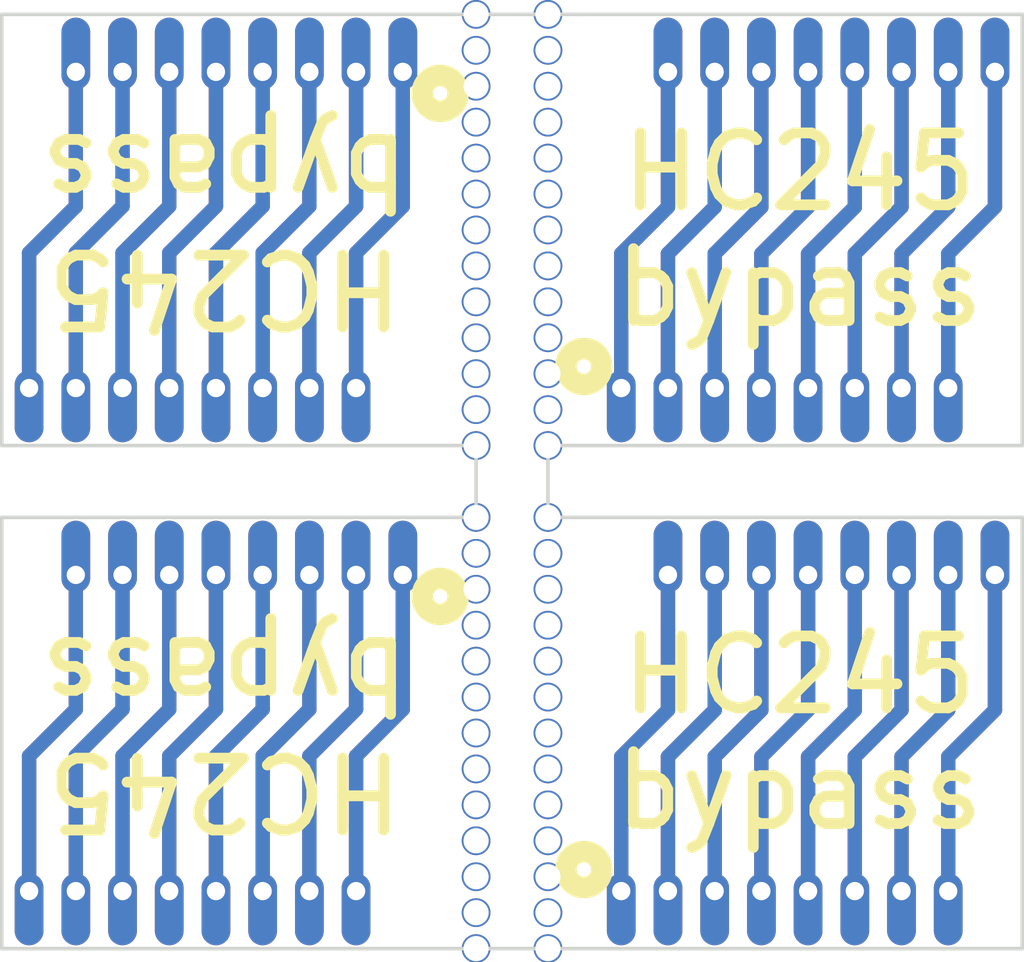
<source format=kicad_pcb>
(kicad_pcb (version 20171130) (host pcbnew 5.1.5)

  (general
    (thickness 1.6)
    (drawings 24)
    (tracks 248)
    (zones 0)
    (modules 64)
    (nets 9)
  )

  (page A4)
  (layers
    (0 F.Cu signal)
    (31 B.Cu signal)
    (32 B.Adhes user)
    (33 F.Adhes user)
    (34 B.Paste user)
    (35 F.Paste user)
    (36 B.SilkS user)
    (37 F.SilkS user)
    (38 B.Mask user)
    (39 F.Mask user)
    (40 Dwgs.User user)
    (41 Cmts.User user)
    (42 Eco1.User user)
    (43 Eco2.User user)
    (44 Edge.Cuts user)
    (45 Margin user)
    (46 B.CrtYd user)
    (47 F.CrtYd user)
    (48 B.Fab user)
    (49 F.Fab user)
  )

  (setup
    (last_trace_width 0.2)
    (trace_clearance 0.2)
    (zone_clearance 0.508)
    (zone_45_only no)
    (trace_min 0.2)
    (via_size 0.8)
    (via_drill 0.254)
    (via_min_size 0.4)
    (via_min_drill 0.254)
    (uvia_size 0.3)
    (uvia_drill 0.1)
    (uvias_allowed no)
    (uvia_min_size 0.2)
    (uvia_min_drill 0.1)
    (edge_width 0.05)
    (segment_width 0.2)
    (pcb_text_width 0.3)
    (pcb_text_size 1.5 1.5)
    (mod_edge_width 0.12)
    (mod_text_size 1 1)
    (mod_text_width 0.15)
    (pad_size 1.524 1.524)
    (pad_drill 0.762)
    (pad_to_mask_clearance 0.0508)
    (solder_mask_min_width 0.127)
    (aux_axis_origin 0 0)
    (visible_elements FFFFFF7F)
    (pcbplotparams
      (layerselection 0x010f0_ffffffff)
      (usegerberextensions false)
      (usegerberattributes false)
      (usegerberadvancedattributes false)
      (creategerberjobfile false)
      (excludeedgelayer true)
      (linewidth 0.100000)
      (plotframeref false)
      (viasonmask false)
      (mode 1)
      (useauxorigin false)
      (hpglpennumber 1)
      (hpglpenspeed 20)
      (hpglpendiameter 15.000000)
      (psnegative false)
      (psa4output false)
      (plotreference true)
      (plotvalue true)
      (plotinvisibletext false)
      (padsonsilk false)
      (subtractmaskfromsilk false)
      (outputformat 1)
      (mirror false)
      (drillshape 0)
      (scaleselection 1)
      (outputdirectory "gerbers"))
  )

  (net 0 "")
  (net 1 /A0B0)
  (net 2 /A1B1)
  (net 3 /A2B2)
  (net 4 /A3B3)
  (net 5 /A4B4)
  (net 6 /A5B5)
  (net 7 /A6B6)
  (net 8 /A7B7)

  (net_class Default "This is the default net class."
    (clearance 0.2)
    (trace_width 0.2)
    (via_dia 0.8)
    (via_drill 0.254)
    (uvia_dia 0.3)
    (uvia_drill 0.1)
    (diff_pair_width 0.25)
    (diff_pair_gap 0.25)
    (add_net /A0B0)
    (add_net /A1B1)
    (add_net /A2B2)
    (add_net /A3B3)
    (add_net /A4B4)
    (add_net /A5B5)
    (add_net /A6B6)
    (add_net /A7B7)
  )

  (module hc245t-bypass:PAD (layer F.Cu) (tedit 5ECF580E) (tstamp 5ECF6CA4)
    (at 20.73 20.8 180)
    (path /5ECF8A2B)
    (fp_text reference TP12 (at 0 4.445) (layer F.SilkS) hide
      (effects (font (size 1 1) (thickness 0.15)))
    )
    (fp_text value TestPoint (at 0 3.175) (layer F.Fab) hide
      (effects (font (size 1 1) (thickness 0.15)))
    )
    (pad 1 thru_hole oval (at 0 0 180) (size 0.4 1) (drill 0.254 (offset 0 0.254)) (layers *.Cu *.Mask)
      (net 6 /A5B5))
  )

  (module hc245t-bypass:PAD (layer F.Cu) (tedit 5ECF580E) (tstamp 5ECF6CA0)
    (at 20.08 20.8 180)
    (path /5ECF90E2)
    (fp_text reference TP14 (at 0 4.445) (layer F.SilkS) hide
      (effects (font (size 1 1) (thickness 0.15)))
    )
    (fp_text value TestPoint (at 0 3.175) (layer F.Fab) hide
      (effects (font (size 1 1) (thickness 0.15)))
    )
    (pad 1 thru_hole oval (at 0 0 180) (size 0.4 1) (drill 0.254 (offset 0 0.254)) (layers *.Cu *.Mask)
      (net 7 /A6B6))
  )

  (module hc245t-bypass:PAD (layer F.Cu) (tedit 5ECF580E) (tstamp 5ECF6C99)
    (at 20.73 25.2)
    (path /5ECF81F7)
    (fp_text reference TP9 (at 0 4.445) (layer F.SilkS) hide
      (effects (font (size 1 1) (thickness 0.15)))
    )
    (fp_text value TestPoint (at 0 3.175) (layer F.Fab) hide
      (effects (font (size 1 1) (thickness 0.15)))
    )
    (pad 1 thru_hole oval (at 0 0) (size 0.4 1) (drill 0.254 (offset 0 0.254)) (layers *.Cu *.Mask)
      (net 5 /A4B4))
  )

  (module hc245t-bypass:PAD (layer F.Cu) (tedit 5ECF580E) (tstamp 5ECF6C93)
    (at 23.33 25.2)
    (path /5ECF5790)
    (fp_text reference TP1 (at 0 4.445) (layer F.SilkS) hide
      (effects (font (size 1 1) (thickness 0.15)))
    )
    (fp_text value TestPoint (at 0 3.175) (layer F.Fab) hide
      (effects (font (size 1 1) (thickness 0.15)))
    )
    (pad 1 thru_hole oval (at 0 0) (size 0.4 1) (drill 0.254 (offset 0 0.254)) (layers *.Cu *.Mask)
      (net 1 /A0B0))
  )

  (module hc245t-bypass:PAD (layer F.Cu) (tedit 5ECF580E) (tstamp 5ECF6C8C)
    (at 23.98 20.8 180)
    (path /5ECF5EE9)
    (fp_text reference TP2 (at 0 4.445) (layer F.SilkS) hide
      (effects (font (size 1 1) (thickness 0.15)))
    )
    (fp_text value TestPoint (at 0 3.175) (layer F.Fab) hide
      (effects (font (size 1 1) (thickness 0.15)))
    )
    (pad 1 thru_hole oval (at 0 0 180) (size 0.4 1) (drill 0.254 (offset 0 0.254)) (layers *.Cu *.Mask)
      (net 1 /A0B0))
  )

  (module hc245t-bypass:PAD (layer F.Cu) (tedit 5ECF580E) (tstamp 5ECF6C82)
    (at 22.68 25.2)
    (path /5ECF6E18)
    (fp_text reference TP3 (at 0 4.445) (layer F.SilkS) hide
      (effects (font (size 1 1) (thickness 0.15)))
    )
    (fp_text value TestPoint (at 0 3.175) (layer F.Fab) hide
      (effects (font (size 1 1) (thickness 0.15)))
    )
    (pad 1 thru_hole oval (at 0 0) (size 0.4 1) (drill 0.254 (offset 0 0.254)) (layers *.Cu *.Mask)
      (net 2 /A1B1))
  )

  (module hc245t-bypass:PAD (layer F.Cu) (tedit 5ECF580E) (tstamp 5ECF6C76)
    (at 22.68 20.8 180)
    (path /5ECF7375)
    (fp_text reference TP6 (at 0 4.445) (layer F.SilkS) hide
      (effects (font (size 1 1) (thickness 0.15)))
    )
    (fp_text value TestPoint (at 0 3.175) (layer F.Fab) hide
      (effects (font (size 1 1) (thickness 0.15)))
    )
    (pad 1 thru_hole oval (at 0 0 180) (size 0.4 1) (drill 0.254 (offset 0 0.254)) (layers *.Cu *.Mask)
      (net 3 /A2B2))
  )

  (module hc245t-bypass:PAD (layer F.Cu) (tedit 5ECF580E) (tstamp 5ECF6C71)
    (at 19.43 20.8 180)
    (path /5ECF9659)
    (fp_text reference TP16 (at 0 4.445) (layer F.SilkS) hide
      (effects (font (size 1 1) (thickness 0.15)))
    )
    (fp_text value TestPoint (at 0 3.175) (layer F.Fab) hide
      (effects (font (size 1 1) (thickness 0.15)))
    )
    (pad 1 thru_hole oval (at 0 0 180) (size 0.4 1) (drill 0.254 (offset 0 0.254)) (layers *.Cu *.Mask)
      (net 8 /A7B7))
  )

  (module hc245t-bypass:PAD (layer F.Cu) (tedit 5ECF580E) (tstamp 5ECF6C6D)
    (at 18.78 25.2)
    (path /5ECF964F)
    (fp_text reference TP15 (at 0 4.445) (layer F.SilkS) hide
      (effects (font (size 1 1) (thickness 0.15)))
    )
    (fp_text value TestPoint (at 0 3.175) (layer F.Fab) hide
      (effects (font (size 1 1) (thickness 0.15)))
    )
    (pad 1 thru_hole oval (at 0 0) (size 0.4 1) (drill 0.254 (offset 0 0.254)) (layers *.Cu *.Mask)
      (net 8 /A7B7))
  )

  (module hc245t-bypass:PAD (layer F.Cu) (tedit 5ECF580E) (tstamp 5ECF6C66)
    (at 21.38 25.2)
    (path /5ECF7C05)
    (fp_text reference TP7 (at 0 4.445) (layer F.SilkS) hide
      (effects (font (size 1 1) (thickness 0.15)))
    )
    (fp_text value TestPoint (at 0 3.175) (layer F.Fab) hide
      (effects (font (size 1 1) (thickness 0.15)))
    )
    (pad 1 thru_hole oval (at 0 0) (size 0.4 1) (drill 0.254 (offset 0 0.254)) (layers *.Cu *.Mask)
      (net 4 /A3B3))
  )

  (module hc245t-bypass:PAD (layer F.Cu) (tedit 5ECF580E) (tstamp 5ECF6C62)
    (at 23.33 20.8 180)
    (path /5ECF6E22)
    (fp_text reference TP4 (at 0 4.445) (layer F.SilkS) hide
      (effects (font (size 1 1) (thickness 0.15)))
    )
    (fp_text value TestPoint (at 0 3.175) (layer F.Fab) hide
      (effects (font (size 1 1) (thickness 0.15)))
    )
    (pad 1 thru_hole oval (at 0 0 180) (size 0.4 1) (drill 0.254 (offset 0 0.254)) (layers *.Cu *.Mask)
      (net 2 /A1B1))
  )

  (module hc245t-bypass:PAD (layer F.Cu) (tedit 5ECF580E) (tstamp 5ECF6C58)
    (at 21.38 20.8 180)
    (path /5ECF8201)
    (fp_text reference TP10 (at 0 4.445) (layer F.SilkS) hide
      (effects (font (size 1 1) (thickness 0.15)))
    )
    (fp_text value TestPoint (at 0 3.175) (layer F.Fab) hide
      (effects (font (size 1 1) (thickness 0.15)))
    )
    (pad 1 thru_hole oval (at 0 0 180) (size 0.4 1) (drill 0.254 (offset 0 0.254)) (layers *.Cu *.Mask)
      (net 5 /A4B4))
  )

  (module hc245t-bypass:PAD (layer F.Cu) (tedit 5ECF580E) (tstamp 5ECF6C4F)
    (at 22.03 20.8 180)
    (path /5ECF7C0F)
    (fp_text reference TP8 (at 0 4.445) (layer F.SilkS) hide
      (effects (font (size 1 1) (thickness 0.15)))
    )
    (fp_text value TestPoint (at 0 3.175) (layer F.Fab) hide
      (effects (font (size 1 1) (thickness 0.15)))
    )
    (pad 1 thru_hole oval (at 0 0 180) (size 0.4 1) (drill 0.254 (offset 0 0.254)) (layers *.Cu *.Mask)
      (net 4 /A3B3))
  )

  (module hc245t-bypass:PAD (layer F.Cu) (tedit 5ECF580E) (tstamp 5ECF6C4A)
    (at 19.43 25.2)
    (path /5ECF90D8)
    (fp_text reference TP13 (at 0 4.445) (layer F.SilkS) hide
      (effects (font (size 1 1) (thickness 0.15)))
    )
    (fp_text value TestPoint (at 0 3.175) (layer F.Fab) hide
      (effects (font (size 1 1) (thickness 0.15)))
    )
    (pad 1 thru_hole oval (at 0 0) (size 0.4 1) (drill 0.254 (offset 0 0.254)) (layers *.Cu *.Mask)
      (net 7 /A6B6))
  )

  (module hc245t-bypass:PAD (layer F.Cu) (tedit 5ECF580E) (tstamp 5ECF6C44)
    (at 22.03 25.2)
    (path /5ECF736B)
    (fp_text reference TP5 (at 0 4.445) (layer F.SilkS) hide
      (effects (font (size 1 1) (thickness 0.15)))
    )
    (fp_text value TestPoint (at 0 3.175) (layer F.Fab) hide
      (effects (font (size 1 1) (thickness 0.15)))
    )
    (pad 1 thru_hole oval (at 0 0) (size 0.4 1) (drill 0.254 (offset 0 0.254)) (layers *.Cu *.Mask)
      (net 3 /A2B2))
  )

  (module hc245t-bypass:PAD (layer F.Cu) (tedit 5ECF580E) (tstamp 5ECF6C3E)
    (at 20.08 25.2)
    (path /5ECF8A21)
    (fp_text reference TP11 (at 0 4.445) (layer F.SilkS) hide
      (effects (font (size 1 1) (thickness 0.15)))
    )
    (fp_text value TestPoint (at 0 3.175) (layer F.Fab) hide
      (effects (font (size 1 1) (thickness 0.15)))
    )
    (pad 1 thru_hole oval (at 0 0) (size 0.4 1) (drill 0.254 (offset 0 0.254)) (layers *.Cu *.Mask)
      (net 6 /A5B5))
  )

  (module hc245t-bypass:PAD (layer F.Cu) (tedit 5ECF580E) (tstamp 5ECF6AC7)
    (at 21.38 32.2)
    (path /5ECF7C05)
    (fp_text reference TP7 (at 0 4.445) (layer F.SilkS) hide
      (effects (font (size 1 1) (thickness 0.15)))
    )
    (fp_text value TestPoint (at 0 3.175) (layer F.Fab) hide
      (effects (font (size 1 1) (thickness 0.15)))
    )
    (pad 1 thru_hole oval (at 0 0) (size 0.4 1) (drill 0.254 (offset 0 0.254)) (layers *.Cu *.Mask)
      (net 4 /A3B3))
  )

  (module hc245t-bypass:PAD (layer F.Cu) (tedit 5ECF580E) (tstamp 5ECF6AC0)
    (at 23.33 32.2)
    (path /5ECF5790)
    (fp_text reference TP1 (at 0 4.445) (layer F.SilkS) hide
      (effects (font (size 1 1) (thickness 0.15)))
    )
    (fp_text value TestPoint (at 0 3.175) (layer F.Fab) hide
      (effects (font (size 1 1) (thickness 0.15)))
    )
    (pad 1 thru_hole oval (at 0 0) (size 0.4 1) (drill 0.254 (offset 0 0.254)) (layers *.Cu *.Mask)
      (net 1 /A0B0))
  )

  (module hc245t-bypass:PAD (layer F.Cu) (tedit 5ECF580E) (tstamp 5ECF6AB1)
    (at 19.43 32.2)
    (path /5ECF90D8)
    (fp_text reference TP13 (at 0 4.445) (layer F.SilkS) hide
      (effects (font (size 1 1) (thickness 0.15)))
    )
    (fp_text value TestPoint (at 0 3.175) (layer F.Fab) hide
      (effects (font (size 1 1) (thickness 0.15)))
    )
    (pad 1 thru_hole oval (at 0 0) (size 0.4 1) (drill 0.254 (offset 0 0.254)) (layers *.Cu *.Mask)
      (net 7 /A6B6))
  )

  (module hc245t-bypass:PAD (layer F.Cu) (tedit 5ECF580E) (tstamp 5ECF6AAA)
    (at 20.08 32.2)
    (path /5ECF8A21)
    (fp_text reference TP11 (at 0 4.445) (layer F.SilkS) hide
      (effects (font (size 1 1) (thickness 0.15)))
    )
    (fp_text value TestPoint (at 0 3.175) (layer F.Fab) hide
      (effects (font (size 1 1) (thickness 0.15)))
    )
    (pad 1 thru_hole oval (at 0 0) (size 0.4 1) (drill 0.254 (offset 0 0.254)) (layers *.Cu *.Mask)
      (net 6 /A5B5))
  )

  (module hc245t-bypass:PAD (layer F.Cu) (tedit 5ECF580E) (tstamp 5ECF6AA1)
    (at 23.98 27.8 180)
    (path /5ECF5EE9)
    (fp_text reference TP2 (at 0 4.445) (layer F.SilkS) hide
      (effects (font (size 1 1) (thickness 0.15)))
    )
    (fp_text value TestPoint (at 0 3.175) (layer F.Fab) hide
      (effects (font (size 1 1) (thickness 0.15)))
    )
    (pad 1 thru_hole oval (at 0 0 180) (size 0.4 1) (drill 0.254 (offset 0 0.254)) (layers *.Cu *.Mask)
      (net 1 /A0B0))
  )

  (module hc245t-bypass:PAD (layer F.Cu) (tedit 5ECF580E) (tstamp 5ECF6A9C)
    (at 22.68 32.2)
    (path /5ECF6E18)
    (fp_text reference TP3 (at 0 4.445) (layer F.SilkS) hide
      (effects (font (size 1 1) (thickness 0.15)))
    )
    (fp_text value TestPoint (at 0 3.175) (layer F.Fab) hide
      (effects (font (size 1 1) (thickness 0.15)))
    )
    (pad 1 thru_hole oval (at 0 0) (size 0.4 1) (drill 0.254 (offset 0 0.254)) (layers *.Cu *.Mask)
      (net 2 /A1B1))
  )

  (module hc245t-bypass:PAD (layer F.Cu) (tedit 5ECF580E) (tstamp 5ECF6A8D)
    (at 20.73 32.2)
    (path /5ECF81F7)
    (fp_text reference TP9 (at 0 4.445) (layer F.SilkS) hide
      (effects (font (size 1 1) (thickness 0.15)))
    )
    (fp_text value TestPoint (at 0 3.175) (layer F.Fab) hide
      (effects (font (size 1 1) (thickness 0.15)))
    )
    (pad 1 thru_hole oval (at 0 0) (size 0.4 1) (drill 0.254 (offset 0 0.254)) (layers *.Cu *.Mask)
      (net 5 /A4B4))
  )

  (module hc245t-bypass:PAD (layer F.Cu) (tedit 5ECF580E) (tstamp 5ECF6A87)
    (at 20.08 27.8 180)
    (path /5ECF90E2)
    (fp_text reference TP14 (at 0 4.445) (layer F.SilkS) hide
      (effects (font (size 1 1) (thickness 0.15)))
    )
    (fp_text value TestPoint (at 0 3.175) (layer F.Fab) hide
      (effects (font (size 1 1) (thickness 0.15)))
    )
    (pad 1 thru_hole oval (at 0 0 180) (size 0.4 1) (drill 0.254 (offset 0 0.254)) (layers *.Cu *.Mask)
      (net 7 /A6B6))
  )

  (module hc245t-bypass:PAD (layer F.Cu) (tedit 5ECF580E) (tstamp 5ECF6A7F)
    (at 23.33 27.8 180)
    (path /5ECF6E22)
    (fp_text reference TP4 (at 0 4.445) (layer F.SilkS) hide
      (effects (font (size 1 1) (thickness 0.15)))
    )
    (fp_text value TestPoint (at 0 3.175) (layer F.Fab) hide
      (effects (font (size 1 1) (thickness 0.15)))
    )
    (pad 1 thru_hole oval (at 0 0 180) (size 0.4 1) (drill 0.254 (offset 0 0.254)) (layers *.Cu *.Mask)
      (net 2 /A1B1))
  )

  (module hc245t-bypass:PAD (layer F.Cu) (tedit 5ECF580E) (tstamp 5ECF6A7B)
    (at 18.78 32.2)
    (path /5ECF964F)
    (fp_text reference TP15 (at 0 4.445) (layer F.SilkS) hide
      (effects (font (size 1 1) (thickness 0.15)))
    )
    (fp_text value TestPoint (at 0 3.175) (layer F.Fab) hide
      (effects (font (size 1 1) (thickness 0.15)))
    )
    (pad 1 thru_hole oval (at 0 0) (size 0.4 1) (drill 0.254 (offset 0 0.254)) (layers *.Cu *.Mask)
      (net 8 /A7B7))
  )

  (module hc245t-bypass:PAD (layer F.Cu) (tedit 5ECF580E) (tstamp 5ECF6A74)
    (at 20.73 27.8 180)
    (path /5ECF8A2B)
    (fp_text reference TP12 (at 0 4.445) (layer F.SilkS) hide
      (effects (font (size 1 1) (thickness 0.15)))
    )
    (fp_text value TestPoint (at 0 3.175) (layer F.Fab) hide
      (effects (font (size 1 1) (thickness 0.15)))
    )
    (pad 1 thru_hole oval (at 0 0 180) (size 0.4 1) (drill 0.254 (offset 0 0.254)) (layers *.Cu *.Mask)
      (net 6 /A5B5))
  )

  (module hc245t-bypass:PAD (layer F.Cu) (tedit 5ECF580E) (tstamp 5ECF6A70)
    (at 19.43 27.8 180)
    (path /5ECF9659)
    (fp_text reference TP16 (at 0 4.445) (layer F.SilkS) hide
      (effects (font (size 1 1) (thickness 0.15)))
    )
    (fp_text value TestPoint (at 0 3.175) (layer F.Fab) hide
      (effects (font (size 1 1) (thickness 0.15)))
    )
    (pad 1 thru_hole oval (at 0 0 180) (size 0.4 1) (drill 0.254 (offset 0 0.254)) (layers *.Cu *.Mask)
      (net 8 /A7B7))
  )

  (module hc245t-bypass:PAD (layer F.Cu) (tedit 5ECF580E) (tstamp 5ECF6A6C)
    (at 21.38 27.8 180)
    (path /5ECF8201)
    (fp_text reference TP10 (at 0 4.445) (layer F.SilkS) hide
      (effects (font (size 1 1) (thickness 0.15)))
    )
    (fp_text value TestPoint (at 0 3.175) (layer F.Fab) hide
      (effects (font (size 1 1) (thickness 0.15)))
    )
    (pad 1 thru_hole oval (at 0 0 180) (size 0.4 1) (drill 0.254 (offset 0 0.254)) (layers *.Cu *.Mask)
      (net 5 /A4B4))
  )

  (module hc245t-bypass:PAD (layer F.Cu) (tedit 5ECF580E) (tstamp 5ECF6A67)
    (at 22.68 27.8 180)
    (path /5ECF7375)
    (fp_text reference TP6 (at 0 4.445) (layer F.SilkS) hide
      (effects (font (size 1 1) (thickness 0.15)))
    )
    (fp_text value TestPoint (at 0 3.175) (layer F.Fab) hide
      (effects (font (size 1 1) (thickness 0.15)))
    )
    (pad 1 thru_hole oval (at 0 0 180) (size 0.4 1) (drill 0.254 (offset 0 0.254)) (layers *.Cu *.Mask)
      (net 3 /A2B2))
  )

  (module hc245t-bypass:PAD (layer F.Cu) (tedit 5ECF580E) (tstamp 5ECF6A63)
    (at 22.03 27.8 180)
    (path /5ECF7C0F)
    (fp_text reference TP8 (at 0 4.445) (layer F.SilkS) hide
      (effects (font (size 1 1) (thickness 0.15)))
    )
    (fp_text value TestPoint (at 0 3.175) (layer F.Fab) hide
      (effects (font (size 1 1) (thickness 0.15)))
    )
    (pad 1 thru_hole oval (at 0 0 180) (size 0.4 1) (drill 0.254 (offset 0 0.254)) (layers *.Cu *.Mask)
      (net 4 /A3B3))
  )

  (module hc245t-bypass:PAD (layer F.Cu) (tedit 5ECF580E) (tstamp 5ECF6A5F)
    (at 22.03 32.2)
    (path /5ECF736B)
    (fp_text reference TP5 (at 0 4.445) (layer F.SilkS) hide
      (effects (font (size 1 1) (thickness 0.15)))
    )
    (fp_text value TestPoint (at 0 3.175) (layer F.Fab) hide
      (effects (font (size 1 1) (thickness 0.15)))
    )
    (pad 1 thru_hole oval (at 0 0) (size 0.4 1) (drill 0.254 (offset 0 0.254)) (layers *.Cu *.Mask)
      (net 3 /A2B2))
  )

  (module hc245t-bypass:PAD (layer F.Cu) (tedit 5ECF580E) (tstamp 5ECF68EB)
    (at 28.97 27.8 180)
    (path /5ECF736B)
    (fp_text reference TP5 (at 0 4.445) (layer F.SilkS) hide
      (effects (font (size 1 1) (thickness 0.15)))
    )
    (fp_text value TestPoint (at 0 3.175) (layer F.Fab) hide
      (effects (font (size 1 1) (thickness 0.15)))
    )
    (pad 1 thru_hole oval (at 0 0 180) (size 0.4 1) (drill 0.254 (offset 0 0.254)) (layers *.Cu *.Mask)
      (net 3 /A2B2))
  )

  (module hc245t-bypass:PAD (layer F.Cu) (tedit 5ECF580E) (tstamp 5ECF68E3)
    (at 28.97 32.2)
    (path /5ECF7C0F)
    (fp_text reference TP8 (at 0 4.445) (layer F.SilkS) hide
      (effects (font (size 1 1) (thickness 0.15)))
    )
    (fp_text value TestPoint (at 0 3.175) (layer F.Fab) hide
      (effects (font (size 1 1) (thickness 0.15)))
    )
    (pad 1 thru_hole oval (at 0 0) (size 0.4 1) (drill 0.254 (offset 0 0.254)) (layers *.Cu *.Mask)
      (net 4 /A3B3))
  )

  (module hc245t-bypass:PAD (layer F.Cu) (tedit 5ECF580E) (tstamp 5ECF68D9)
    (at 27.02 32.2)
    (path /5ECF5EE9)
    (fp_text reference TP2 (at 0 4.445) (layer F.SilkS) hide
      (effects (font (size 1 1) (thickness 0.15)))
    )
    (fp_text value TestPoint (at 0 3.175) (layer F.Fab) hide
      (effects (font (size 1 1) (thickness 0.15)))
    )
    (pad 1 thru_hole oval (at 0 0) (size 0.4 1) (drill 0.254 (offset 0 0.254)) (layers *.Cu *.Mask)
      (net 1 /A0B0))
  )

  (module hc245t-bypass:PAD (layer F.Cu) (tedit 5ECF580E) (tstamp 5ECF68D1)
    (at 31.57 27.8 180)
    (path /5ECF90D8)
    (fp_text reference TP13 (at 0 4.445) (layer F.SilkS) hide
      (effects (font (size 1 1) (thickness 0.15)))
    )
    (fp_text value TestPoint (at 0 3.175) (layer F.Fab) hide
      (effects (font (size 1 1) (thickness 0.15)))
    )
    (pad 1 thru_hole oval (at 0 0 180) (size 0.4 1) (drill 0.254 (offset 0 0.254)) (layers *.Cu *.Mask)
      (net 7 /A6B6))
  )

  (module hc245t-bypass:PAD (layer F.Cu) (tedit 5ECF580E) (tstamp 5ECF68C9)
    (at 30.92 32.2)
    (path /5ECF90E2)
    (fp_text reference TP14 (at 0 4.445) (layer F.SilkS) hide
      (effects (font (size 1 1) (thickness 0.15)))
    )
    (fp_text value TestPoint (at 0 3.175) (layer F.Fab) hide
      (effects (font (size 1 1) (thickness 0.15)))
    )
    (pad 1 thru_hole oval (at 0 0) (size 0.4 1) (drill 0.254 (offset 0 0.254)) (layers *.Cu *.Mask)
      (net 7 /A6B6))
  )

  (module hc245t-bypass:PAD (layer F.Cu) (tedit 5ECF580E) (tstamp 5ECF68C4)
    (at 30.92 27.8 180)
    (path /5ECF8A21)
    (fp_text reference TP11 (at 0 4.445) (layer F.SilkS) hide
      (effects (font (size 1 1) (thickness 0.15)))
    )
    (fp_text value TestPoint (at 0 3.175) (layer F.Fab) hide
      (effects (font (size 1 1) (thickness 0.15)))
    )
    (pad 1 thru_hole oval (at 0 0 180) (size 0.4 1) (drill 0.254 (offset 0 0.254)) (layers *.Cu *.Mask)
      (net 6 /A5B5))
  )

  (module hc245t-bypass:PAD (layer F.Cu) (tedit 5ECF580E) (tstamp 5ECF68BD)
    (at 32.22 27.8 180)
    (path /5ECF964F)
    (fp_text reference TP15 (at 0 4.445) (layer F.SilkS) hide
      (effects (font (size 1 1) (thickness 0.15)))
    )
    (fp_text value TestPoint (at 0 3.175) (layer F.Fab) hide
      (effects (font (size 1 1) (thickness 0.15)))
    )
    (pad 1 thru_hole oval (at 0 0 180) (size 0.4 1) (drill 0.254 (offset 0 0.254)) (layers *.Cu *.Mask)
      (net 8 /A7B7))
  )

  (module hc245t-bypass:PAD (layer F.Cu) (tedit 5ECF580E) (tstamp 5ECF68B7)
    (at 31.57 32.2)
    (path /5ECF9659)
    (fp_text reference TP16 (at 0 4.445) (layer F.SilkS) hide
      (effects (font (size 1 1) (thickness 0.15)))
    )
    (fp_text value TestPoint (at 0 3.175) (layer F.Fab) hide
      (effects (font (size 1 1) (thickness 0.15)))
    )
    (pad 1 thru_hole oval (at 0 0) (size 0.4 1) (drill 0.254 (offset 0 0.254)) (layers *.Cu *.Mask)
      (net 8 /A7B7))
  )

  (module hc245t-bypass:PAD (layer F.Cu) (tedit 5ECF580E) (tstamp 5ECF68B2)
    (at 28.32 32.2)
    (path /5ECF7375)
    (fp_text reference TP6 (at 0 4.445) (layer F.SilkS) hide
      (effects (font (size 1 1) (thickness 0.15)))
    )
    (fp_text value TestPoint (at 0 3.175) (layer F.Fab) hide
      (effects (font (size 1 1) (thickness 0.15)))
    )
    (pad 1 thru_hole oval (at 0 0) (size 0.4 1) (drill 0.254 (offset 0 0.254)) (layers *.Cu *.Mask)
      (net 3 /A2B2))
  )

  (module hc245t-bypass:PAD (layer F.Cu) (tedit 5ECF580E) (tstamp 5ECF68AD)
    (at 29.62 27.8 180)
    (path /5ECF7C05)
    (fp_text reference TP7 (at 0 4.445) (layer F.SilkS) hide
      (effects (font (size 1 1) (thickness 0.15)))
    )
    (fp_text value TestPoint (at 0 3.175) (layer F.Fab) hide
      (effects (font (size 1 1) (thickness 0.15)))
    )
    (pad 1 thru_hole oval (at 0 0 180) (size 0.4 1) (drill 0.254 (offset 0 0.254)) (layers *.Cu *.Mask)
      (net 4 /A3B3))
  )

  (module hc245t-bypass:PAD (layer F.Cu) (tedit 5ECF580E) (tstamp 5ECF68A8)
    (at 30.27 27.8 180)
    (path /5ECF81F7)
    (fp_text reference TP9 (at 0 4.445) (layer F.SilkS) hide
      (effects (font (size 1 1) (thickness 0.15)))
    )
    (fp_text value TestPoint (at 0 3.175) (layer F.Fab) hide
      (effects (font (size 1 1) (thickness 0.15)))
    )
    (pad 1 thru_hole oval (at 0 0 180) (size 0.4 1) (drill 0.254 (offset 0 0.254)) (layers *.Cu *.Mask)
      (net 5 /A4B4))
  )

  (module hc245t-bypass:PAD (layer F.Cu) (tedit 5ECF580E) (tstamp 5ECF68A4)
    (at 27.67 27.8 180)
    (path /5ECF5790)
    (fp_text reference TP1 (at 0 4.445) (layer F.SilkS) hide
      (effects (font (size 1 1) (thickness 0.15)))
    )
    (fp_text value TestPoint (at 0 3.175) (layer F.Fab) hide
      (effects (font (size 1 1) (thickness 0.15)))
    )
    (pad 1 thru_hole oval (at 0 0 180) (size 0.4 1) (drill 0.254 (offset 0 0.254)) (layers *.Cu *.Mask)
      (net 1 /A0B0))
  )

  (module hc245t-bypass:PAD (layer F.Cu) (tedit 5ECF580E) (tstamp 5ECF689F)
    (at 27.67 32.2)
    (path /5ECF6E22)
    (fp_text reference TP4 (at 0 4.445) (layer F.SilkS) hide
      (effects (font (size 1 1) (thickness 0.15)))
    )
    (fp_text value TestPoint (at 0 3.175) (layer F.Fab) hide
      (effects (font (size 1 1) (thickness 0.15)))
    )
    (pad 1 thru_hole oval (at 0 0) (size 0.4 1) (drill 0.254 (offset 0 0.254)) (layers *.Cu *.Mask)
      (net 2 /A1B1))
  )

  (module hc245t-bypass:PAD (layer F.Cu) (tedit 5ECF580E) (tstamp 5ECF689A)
    (at 30.27 32.2)
    (path /5ECF8A2B)
    (fp_text reference TP12 (at 0 4.445) (layer F.SilkS) hide
      (effects (font (size 1 1) (thickness 0.15)))
    )
    (fp_text value TestPoint (at 0 3.175) (layer F.Fab) hide
      (effects (font (size 1 1) (thickness 0.15)))
    )
    (pad 1 thru_hole oval (at 0 0) (size 0.4 1) (drill 0.254 (offset 0 0.254)) (layers *.Cu *.Mask)
      (net 6 /A5B5))
  )

  (module hc245t-bypass:PAD (layer F.Cu) (tedit 5ECF580E) (tstamp 5ECF688A)
    (at 29.62 32.2)
    (path /5ECF8201)
    (fp_text reference TP10 (at 0 4.445) (layer F.SilkS) hide
      (effects (font (size 1 1) (thickness 0.15)))
    )
    (fp_text value TestPoint (at 0 3.175) (layer F.Fab) hide
      (effects (font (size 1 1) (thickness 0.15)))
    )
    (pad 1 thru_hole oval (at 0 0) (size 0.4 1) (drill 0.254 (offset 0 0.254)) (layers *.Cu *.Mask)
      (net 5 /A4B4))
  )

  (module hc245t-bypass:PAD (layer F.Cu) (tedit 5ECF580E) (tstamp 5ECF687F)
    (at 28.32 27.8 180)
    (path /5ECF6E18)
    (fp_text reference TP3 (at 0 4.445) (layer F.SilkS) hide
      (effects (font (size 1 1) (thickness 0.15)))
    )
    (fp_text value TestPoint (at 0 3.175) (layer F.Fab) hide
      (effects (font (size 1 1) (thickness 0.15)))
    )
    (pad 1 thru_hole oval (at 0 0 180) (size 0.4 1) (drill 0.254 (offset 0 0.254)) (layers *.Cu *.Mask)
      (net 2 /A1B1))
  )

  (module hc245t-bypass:PAD (layer F.Cu) (tedit 5ECF580E) (tstamp 5ECFAFCE)
    (at 31.57 25.2)
    (path /5ECF9659)
    (fp_text reference TP16 (at 0 4.445) (layer F.SilkS) hide
      (effects (font (size 1 1) (thickness 0.15)))
    )
    (fp_text value TestPoint (at 0 3.175) (layer F.Fab) hide
      (effects (font (size 1 1) (thickness 0.15)))
    )
    (pad 1 thru_hole oval (at 0 0) (size 0.4 1) (drill 0.254 (offset 0 0.254)) (layers *.Cu *.Mask)
      (net 8 /A7B7))
  )

  (module hc245t-bypass:PAD (layer F.Cu) (tedit 5ECF580E) (tstamp 5ECFAFC9)
    (at 32.22 20.8 180)
    (path /5ECF964F)
    (fp_text reference TP15 (at 0 4.445) (layer F.SilkS) hide
      (effects (font (size 1 1) (thickness 0.15)))
    )
    (fp_text value TestPoint (at 0 3.175) (layer F.Fab) hide
      (effects (font (size 1 1) (thickness 0.15)))
    )
    (pad 1 thru_hole oval (at 0 0 180) (size 0.4 1) (drill 0.254 (offset 0 0.254)) (layers *.Cu *.Mask)
      (net 8 /A7B7))
  )

  (module hc245t-bypass:PAD (layer F.Cu) (tedit 5ECF580E) (tstamp 5ECFAFC4)
    (at 30.92 25.2)
    (path /5ECF90E2)
    (fp_text reference TP14 (at 0 4.445) (layer F.SilkS) hide
      (effects (font (size 1 1) (thickness 0.15)))
    )
    (fp_text value TestPoint (at 0 3.175) (layer F.Fab) hide
      (effects (font (size 1 1) (thickness 0.15)))
    )
    (pad 1 thru_hole oval (at 0 0) (size 0.4 1) (drill 0.254 (offset 0 0.254)) (layers *.Cu *.Mask)
      (net 7 /A6B6))
  )

  (module hc245t-bypass:PAD (layer F.Cu) (tedit 5ECF580E) (tstamp 5ECFAFBF)
    (at 31.57 20.8 180)
    (path /5ECF90D8)
    (fp_text reference TP13 (at 0 4.445) (layer F.SilkS) hide
      (effects (font (size 1 1) (thickness 0.15)))
    )
    (fp_text value TestPoint (at 0 3.175) (layer F.Fab) hide
      (effects (font (size 1 1) (thickness 0.15)))
    )
    (pad 1 thru_hole oval (at 0 0 180) (size 0.4 1) (drill 0.254 (offset 0 0.254)) (layers *.Cu *.Mask)
      (net 7 /A6B6))
  )

  (module hc245t-bypass:PAD (layer F.Cu) (tedit 5ECF580E) (tstamp 5ECFAFBA)
    (at 30.27 25.2)
    (path /5ECF8A2B)
    (fp_text reference TP12 (at 0 4.445) (layer F.SilkS) hide
      (effects (font (size 1 1) (thickness 0.15)))
    )
    (fp_text value TestPoint (at 0 3.175) (layer F.Fab) hide
      (effects (font (size 1 1) (thickness 0.15)))
    )
    (pad 1 thru_hole oval (at 0 0) (size 0.4 1) (drill 0.254 (offset 0 0.254)) (layers *.Cu *.Mask)
      (net 6 /A5B5))
  )

  (module hc245t-bypass:PAD (layer F.Cu) (tedit 5ECF580E) (tstamp 5ECFAFB5)
    (at 30.92 20.8 180)
    (path /5ECF8A21)
    (fp_text reference TP11 (at 0 4.445) (layer F.SilkS) hide
      (effects (font (size 1 1) (thickness 0.15)))
    )
    (fp_text value TestPoint (at 0 3.175) (layer F.Fab) hide
      (effects (font (size 1 1) (thickness 0.15)))
    )
    (pad 1 thru_hole oval (at 0 0 180) (size 0.4 1) (drill 0.254 (offset 0 0.254)) (layers *.Cu *.Mask)
      (net 6 /A5B5))
  )

  (module hc245t-bypass:PAD (layer F.Cu) (tedit 5ECF580E) (tstamp 5ECFAFB0)
    (at 29.62 25.2)
    (path /5ECF8201)
    (fp_text reference TP10 (at 0 4.445) (layer F.SilkS) hide
      (effects (font (size 1 1) (thickness 0.15)))
    )
    (fp_text value TestPoint (at 0 3.175) (layer F.Fab) hide
      (effects (font (size 1 1) (thickness 0.15)))
    )
    (pad 1 thru_hole oval (at 0 0) (size 0.4 1) (drill 0.254 (offset 0 0.254)) (layers *.Cu *.Mask)
      (net 5 /A4B4))
  )

  (module hc245t-bypass:PAD (layer F.Cu) (tedit 5ECF580E) (tstamp 5ECFAFAB)
    (at 30.27 20.8 180)
    (path /5ECF81F7)
    (fp_text reference TP9 (at 0 4.445) (layer F.SilkS) hide
      (effects (font (size 1 1) (thickness 0.15)))
    )
    (fp_text value TestPoint (at 0 3.175) (layer F.Fab) hide
      (effects (font (size 1 1) (thickness 0.15)))
    )
    (pad 1 thru_hole oval (at 0 0 180) (size 0.4 1) (drill 0.254 (offset 0 0.254)) (layers *.Cu *.Mask)
      (net 5 /A4B4))
  )

  (module hc245t-bypass:PAD (layer F.Cu) (tedit 5ECF580E) (tstamp 5ECFAFA6)
    (at 28.97 25.2)
    (path /5ECF7C0F)
    (fp_text reference TP8 (at 0 4.445) (layer F.SilkS) hide
      (effects (font (size 1 1) (thickness 0.15)))
    )
    (fp_text value TestPoint (at 0 3.175) (layer F.Fab) hide
      (effects (font (size 1 1) (thickness 0.15)))
    )
    (pad 1 thru_hole oval (at 0 0) (size 0.4 1) (drill 0.254 (offset 0 0.254)) (layers *.Cu *.Mask)
      (net 4 /A3B3))
  )

  (module hc245t-bypass:PAD (layer F.Cu) (tedit 5ECF580E) (tstamp 5ECFAFA1)
    (at 29.62 20.8 180)
    (path /5ECF7C05)
    (fp_text reference TP7 (at 0 4.445) (layer F.SilkS) hide
      (effects (font (size 1 1) (thickness 0.15)))
    )
    (fp_text value TestPoint (at 0 3.175) (layer F.Fab) hide
      (effects (font (size 1 1) (thickness 0.15)))
    )
    (pad 1 thru_hole oval (at 0 0 180) (size 0.4 1) (drill 0.254 (offset 0 0.254)) (layers *.Cu *.Mask)
      (net 4 /A3B3))
  )

  (module hc245t-bypass:PAD (layer F.Cu) (tedit 5ECF580E) (tstamp 5ECFAF9C)
    (at 28.32 25.2)
    (path /5ECF7375)
    (fp_text reference TP6 (at 0 4.445) (layer F.SilkS) hide
      (effects (font (size 1 1) (thickness 0.15)))
    )
    (fp_text value TestPoint (at 0 3.175) (layer F.Fab) hide
      (effects (font (size 1 1) (thickness 0.15)))
    )
    (pad 1 thru_hole oval (at 0 0) (size 0.4 1) (drill 0.254 (offset 0 0.254)) (layers *.Cu *.Mask)
      (net 3 /A2B2))
  )

  (module hc245t-bypass:PAD (layer F.Cu) (tedit 5ECF580E) (tstamp 5ECFAF97)
    (at 28.97 20.8 180)
    (path /5ECF736B)
    (fp_text reference TP5 (at 0 4.445) (layer F.SilkS) hide
      (effects (font (size 1 1) (thickness 0.15)))
    )
    (fp_text value TestPoint (at 0 3.175) (layer F.Fab) hide
      (effects (font (size 1 1) (thickness 0.15)))
    )
    (pad 1 thru_hole oval (at 0 0 180) (size 0.4 1) (drill 0.254 (offset 0 0.254)) (layers *.Cu *.Mask)
      (net 3 /A2B2))
  )

  (module hc245t-bypass:PAD (layer F.Cu) (tedit 5ECF580E) (tstamp 5ECFAF92)
    (at 27.67 25.2)
    (path /5ECF6E22)
    (fp_text reference TP4 (at 0 4.445) (layer F.SilkS) hide
      (effects (font (size 1 1) (thickness 0.15)))
    )
    (fp_text value TestPoint (at 0 3.175) (layer F.Fab) hide
      (effects (font (size 1 1) (thickness 0.15)))
    )
    (pad 1 thru_hole oval (at 0 0) (size 0.4 1) (drill 0.254 (offset 0 0.254)) (layers *.Cu *.Mask)
      (net 2 /A1B1))
  )

  (module hc245t-bypass:PAD (layer F.Cu) (tedit 5ECF580E) (tstamp 5ECFAF8D)
    (at 28.32 20.8 180)
    (path /5ECF6E18)
    (fp_text reference TP3 (at 0 4.445) (layer F.SilkS) hide
      (effects (font (size 1 1) (thickness 0.15)))
    )
    (fp_text value TestPoint (at 0 3.175) (layer F.Fab) hide
      (effects (font (size 1 1) (thickness 0.15)))
    )
    (pad 1 thru_hole oval (at 0 0 180) (size 0.4 1) (drill 0.254 (offset 0 0.254)) (layers *.Cu *.Mask)
      (net 2 /A1B1))
  )

  (module hc245t-bypass:PAD (layer F.Cu) (tedit 5ECF580E) (tstamp 5ECFAF88)
    (at 27.02 25.2)
    (path /5ECF5EE9)
    (fp_text reference TP2 (at 0 4.445) (layer F.SilkS) hide
      (effects (font (size 1 1) (thickness 0.15)))
    )
    (fp_text value TestPoint (at 0 3.175) (layer F.Fab) hide
      (effects (font (size 1 1) (thickness 0.15)))
    )
    (pad 1 thru_hole oval (at 0 0) (size 0.4 1) (drill 0.254 (offset 0 0.254)) (layers *.Cu *.Mask)
      (net 1 /A0B0))
  )

  (module hc245t-bypass:PAD (layer F.Cu) (tedit 5ECF580E) (tstamp 5ECFAF83)
    (at 27.67 20.8 180)
    (path /5ECF5790)
    (fp_text reference TP1 (at 0 4.445) (layer F.SilkS) hide
      (effects (font (size 1 1) (thickness 0.15)))
    )
    (fp_text value TestPoint (at 0 3.175) (layer F.Fab) hide
      (effects (font (size 1 1) (thickness 0.15)))
    )
    (pad 1 thru_hole oval (at 0 0 180) (size 0.4 1) (drill 0.254 (offset 0 0.254)) (layers *.Cu *.Mask)
      (net 1 /A0B0))
  )

  (gr_line (start 26 33) (end 25 33) (layer Edge.Cuts) (width 0.05) (tstamp 5ECF6E32))
  (gr_line (start 26 26) (end 26 27) (layer Edge.Cuts) (width 0.05) (tstamp 5ECF6E2E))
  (gr_line (start 25 26) (end 25 27) (layer Edge.Cuts) (width 0.05) (tstamp 5ECF6E2D))
  (gr_line (start 25 20) (end 26 20) (layer Edge.Cuts) (width 0.05) (tstamp 5ECF6D2A))
  (gr_line (start 25 26) (end 18.4 26) (layer Edge.Cuts) (width 0.05) (tstamp 5ECF6CB0))
  (gr_circle (center 24.5 21.1) (end 24.4 21.1) (layer F.SilkS) (width 0.3) (tstamp 5ECF6C9F))
  (gr_line (start 18.4 20) (end 25 20) (layer Edge.Cuts) (width 0.05) (tstamp 5ECF6C80))
  (gr_text "HC245\nbypass" (at 21.5 23 180) (layer F.SilkS) (tstamp 5ECF6C54)
    (effects (font (size 1 1) (thickness 0.15)))
  )
  (gr_line (start 18.4 26) (end 18.4 20) (layer Edge.Cuts) (width 0.05) (tstamp 5ECF6C53))
  (gr_line (start 18.4 27) (end 25 27) (layer Edge.Cuts) (width 0.05) (tstamp 5ECF6AC4))
  (gr_line (start 25 33) (end 18.4 33) (layer Edge.Cuts) (width 0.05) (tstamp 5ECF6ABB))
  (gr_text "HC245\nbypass" (at 21.5 30 180) (layer F.SilkS) (tstamp 5ECF6ABA)
    (effects (font (size 1 1) (thickness 0.15)))
  )
  (gr_line (start 18.4 33) (end 18.4 27) (layer Edge.Cuts) (width 0.05) (tstamp 5ECF6A98))
  (gr_circle (center 24.5 28.1) (end 24.4 28.1) (layer F.SilkS) (width 0.3) (tstamp 5ECF6A6B))
  (gr_line (start 32.6 33) (end 26 33) (layer Edge.Cuts) (width 0.05) (tstamp 5ECF68C3))
  (gr_text "HC245\nbypass" (at 29.5 30) (layer F.SilkS) (tstamp 5ECF68B1)
    (effects (font (size 1 1) (thickness 0.15)))
  )
  (gr_line (start 32.6 27) (end 32.6 33) (layer Edge.Cuts) (width 0.05) (tstamp 5ECF68A3))
  (gr_line (start 26 27) (end 32.6 27) (layer Edge.Cuts) (width 0.05) (tstamp 5ECF6894))
  (gr_circle (center 26.5 31.9) (end 26.6 31.9) (layer F.SilkS) (width 0.3) (tstamp 5ECF6884))
  (gr_circle (center 26.5 24.9) (end 26.6 24.9) (layer F.SilkS) (width 0.3) (tstamp 5ECFB3B0))
  (gr_text "HC245\nbypass" (at 29.5 23) (layer F.SilkS)
    (effects (font (size 1 1) (thickness 0.15)))
  )
  (gr_line (start 32.6 26) (end 26 26) (layer Edge.Cuts) (width 0.05) (tstamp 5ECFB2F3))
  (gr_line (start 32.6 20) (end 32.6 26) (layer Edge.Cuts) (width 0.05))
  (gr_line (start 26 20) (end 32.6 20) (layer Edge.Cuts) (width 0.05))

  (via (at 25 20) (size 0.4) (drill 0.35) (layers F.Cu B.Cu) (net 0))
  (via (at 26 20) (size 0.4) (drill 0.35) (layers F.Cu B.Cu) (net 0) (tstamp 5ECF6D8A))
  (via (at 25 20.5) (size 0.4) (drill 0.35) (layers F.Cu B.Cu) (net 0) (tstamp 5ECF6D8C))
  (via (at 26 20.5) (size 0.4) (drill 0.35) (layers F.Cu B.Cu) (net 0) (tstamp 5ECF6D8E))
  (via (at 25 21) (size 0.4) (drill 0.35) (layers F.Cu B.Cu) (net 0) (tstamp 5ECF6D90))
  (via (at 26 21) (size 0.4) (drill 0.35) (layers F.Cu B.Cu) (net 0) (tstamp 5ECF6D92))
  (via (at 25 21.5) (size 0.4) (drill 0.35) (layers F.Cu B.Cu) (net 0) (tstamp 5ECF6D94))
  (via (at 26 21.5) (size 0.4) (drill 0.35) (layers F.Cu B.Cu) (net 0) (tstamp 5ECF6D96))
  (via (at 25 22) (size 0.4) (drill 0.35) (layers F.Cu B.Cu) (net 0) (tstamp 5ECF6D98))
  (via (at 26 22) (size 0.4) (drill 0.35) (layers F.Cu B.Cu) (net 0) (tstamp 5ECF6D9A))
  (via (at 25 22.5) (size 0.4) (drill 0.35) (layers F.Cu B.Cu) (net 0) (tstamp 5ECF6D9C))
  (via (at 26 22.5) (size 0.4) (drill 0.35) (layers F.Cu B.Cu) (net 0) (tstamp 5ECF6D9E))
  (via (at 25 23) (size 0.4) (drill 0.35) (layers F.Cu B.Cu) (net 0) (tstamp 5ECF6DA0))
  (via (at 26 23) (size 0.4) (drill 0.35) (layers F.Cu B.Cu) (net 0) (tstamp 5ECF6DA2))
  (via (at 25 23.5) (size 0.4) (drill 0.35) (layers F.Cu B.Cu) (net 0) (tstamp 5ECF6DA4))
  (via (at 26 23.5) (size 0.4) (drill 0.35) (layers F.Cu B.Cu) (net 0) (tstamp 5ECF6DA6))
  (via (at 25 24) (size 0.4) (drill 0.35) (layers F.Cu B.Cu) (net 0) (tstamp 5ECF6DA8))
  (via (at 26 24) (size 0.4) (drill 0.35) (layers F.Cu B.Cu) (net 0) (tstamp 5ECF6DAA))
  (via (at 25 24.5) (size 0.4) (drill 0.35) (layers F.Cu B.Cu) (net 0) (tstamp 5ECF6DAC))
  (via (at 26 24.5) (size 0.4) (drill 0.35) (layers F.Cu B.Cu) (net 0) (tstamp 5ECF6DAE))
  (via (at 25 25) (size 0.4) (drill 0.35) (layers F.Cu B.Cu) (net 0) (tstamp 5ECF6DB0))
  (via (at 26 25) (size 0.4) (drill 0.35) (layers F.Cu B.Cu) (net 0) (tstamp 5ECF6DB2))
  (via (at 25 25.5) (size 0.4) (drill 0.35) (layers F.Cu B.Cu) (net 0) (tstamp 5ECF6DB4))
  (via (at 26 25.5) (size 0.4) (drill 0.35) (layers F.Cu B.Cu) (net 0) (tstamp 5ECF6DB6))
  (via (at 25 26) (size 0.4) (drill 0.35) (layers F.Cu B.Cu) (net 0) (tstamp 5ECF6DB8))
  (via (at 26 26) (size 0.4) (drill 0.35) (layers F.Cu B.Cu) (net 0) (tstamp 5ECF6DBA))
  (via (at 25 27) (size 0.4) (drill 0.35) (layers F.Cu B.Cu) (net 0) (tstamp 5ECF6DC0))
  (via (at 26 27) (size 0.4) (drill 0.35) (layers F.Cu B.Cu) (net 0) (tstamp 5ECF6DC2))
  (via (at 25 27.5) (size 0.4) (drill 0.35) (layers F.Cu B.Cu) (net 0) (tstamp 5ECF6DC4))
  (via (at 26 27.5) (size 0.4) (drill 0.35) (layers F.Cu B.Cu) (net 0) (tstamp 5ECF6DC6))
  (via (at 25 28) (size 0.4) (drill 0.35) (layers F.Cu B.Cu) (net 0) (tstamp 5ECF6DC8))
  (via (at 26 28) (size 0.4) (drill 0.35) (layers F.Cu B.Cu) (net 0) (tstamp 5ECF6DCA))
  (via (at 25 28.5) (size 0.4) (drill 0.35) (layers F.Cu B.Cu) (net 0) (tstamp 5ECF6DCC))
  (via (at 26 28.5) (size 0.4) (drill 0.35) (layers F.Cu B.Cu) (net 0) (tstamp 5ECF6DCE))
  (via (at 25 29) (size 0.4) (drill 0.35) (layers F.Cu B.Cu) (net 0) (tstamp 5ECF6DD0))
  (via (at 26 29) (size 0.4) (drill 0.35) (layers F.Cu B.Cu) (net 0) (tstamp 5ECF6DD2))
  (via (at 25 29.5) (size 0.4) (drill 0.35) (layers F.Cu B.Cu) (net 0) (tstamp 5ECF6DD4))
  (via (at 26 29.5) (size 0.4) (drill 0.35) (layers F.Cu B.Cu) (net 0) (tstamp 5ECF6DD6))
  (via (at 25 30) (size 0.4) (drill 0.35) (layers F.Cu B.Cu) (net 0) (tstamp 5ECF6DD8))
  (via (at 26 30) (size 0.4) (drill 0.35) (layers F.Cu B.Cu) (net 0) (tstamp 5ECF6DDA))
  (via (at 25 30.5) (size 0.4) (drill 0.35) (layers F.Cu B.Cu) (net 0) (tstamp 5ECF6DDC))
  (via (at 26 30.5) (size 0.4) (drill 0.35) (layers F.Cu B.Cu) (net 0) (tstamp 5ECF6DDE))
  (via (at 25 31) (size 0.4) (drill 0.35) (layers F.Cu B.Cu) (net 0) (tstamp 5ECF6DE0))
  (via (at 26 31) (size 0.4) (drill 0.35) (layers F.Cu B.Cu) (net 0) (tstamp 5ECF6DE2))
  (via (at 25 31.5) (size 0.4) (drill 0.35) (layers F.Cu B.Cu) (net 0) (tstamp 5ECF6DE4))
  (via (at 26 31.5) (size 0.4) (drill 0.35) (layers F.Cu B.Cu) (net 0) (tstamp 5ECF6DE6))
  (via (at 25 32) (size 0.4) (drill 0.35) (layers F.Cu B.Cu) (net 0) (tstamp 5ECF6DE8))
  (via (at 26 32) (size 0.4) (drill 0.35) (layers F.Cu B.Cu) (net 0) (tstamp 5ECF6DEA))
  (via (at 25 32.5) (size 0.4) (drill 0.35) (layers F.Cu B.Cu) (net 0) (tstamp 5ECF6DEC))
  (via (at 26 32.5) (size 0.4) (drill 0.35) (layers F.Cu B.Cu) (net 0) (tstamp 5ECF6DEE))
  (via (at 25 33) (size 0.4) (drill 0.35) (layers F.Cu B.Cu) (net 0) (tstamp 5ECF6DF0))
  (via (at 26 33) (size 0.4) (drill 0.35) (layers F.Cu B.Cu) (net 0) (tstamp 5ECF6DF2))
  (segment (start 27.02 25.2) (end 27.02 23.33) (width 0.2) (layer B.Cu) (net 1))
  (segment (start 27.67 22.68) (end 27.67 20.8) (width 0.2) (layer B.Cu) (net 1))
  (segment (start 27.02 23.33) (end 27.67 22.68) (width 0.2) (layer B.Cu) (net 1))
  (segment (start 27.02 24.2) (end 27.02 25.2) (width 0.2) (layer F.Cu) (net 1))
  (segment (start 27.02 23.33) (end 27.02 24.2) (width 0.2) (layer F.Cu) (net 1))
  (segment (start 27.67 20.8) (end 27.67 22.68) (width 0.2) (layer F.Cu) (net 1))
  (segment (start 27.67 22.68) (end 27.02 23.33) (width 0.2) (layer F.Cu) (net 1))
  (segment (start 27.02 30.33) (end 27.67 29.68) (width 0.2) (layer B.Cu) (net 1) (tstamp 5ECF687C))
  (segment (start 27.02 32.2) (end 27.02 30.33) (width 0.2) (layer B.Cu) (net 1) (tstamp 5ECF6886))
  (segment (start 27.02 31.2) (end 27.02 32.2) (width 0.2) (layer F.Cu) (net 1) (tstamp 5ECF6887))
  (segment (start 27.02 30.33) (end 27.02 31.2) (width 0.2) (layer F.Cu) (net 1) (tstamp 5ECF6895))
  (segment (start 27.67 27.8) (end 27.67 29.68) (width 0.2) (layer F.Cu) (net 1) (tstamp 5ECF68CE))
  (segment (start 27.67 29.68) (end 27.67 27.8) (width 0.2) (layer B.Cu) (net 1) (tstamp 5ECF68D7))
  (segment (start 27.67 29.68) (end 27.02 30.33) (width 0.2) (layer F.Cu) (net 1) (tstamp 5ECF68E2))
  (segment (start 23.33 30.32) (end 23.33 32.2) (width 0.2) (layer B.Cu) (net 1) (tstamp 5ECF6A79))
  (segment (start 23.98 29.67) (end 23.98 28.8) (width 0.2) (layer F.Cu) (net 1) (tstamp 5ECF6A91))
  (segment (start 23.98 29.67) (end 23.33 30.32) (width 0.2) (layer B.Cu) (net 1) (tstamp 5ECF6A9A))
  (segment (start 23.98 28.8) (end 23.98 27.8) (width 0.2) (layer F.Cu) (net 1) (tstamp 5ECF6AA9))
  (segment (start 23.98 27.8) (end 23.98 29.67) (width 0.2) (layer B.Cu) (net 1) (tstamp 5ECF6AB0))
  (segment (start 23.33 30.32) (end 23.98 29.67) (width 0.2) (layer F.Cu) (net 1) (tstamp 5ECF6ACE))
  (segment (start 23.33 32.2) (end 23.33 30.32) (width 0.2) (layer F.Cu) (net 1) (tstamp 5ECF6AD1))
  (segment (start 23.33 25.2) (end 23.33 23.32) (width 0.2) (layer F.Cu) (net 1) (tstamp 5ECF6C48))
  (segment (start 23.33 23.32) (end 23.98 22.67) (width 0.2) (layer F.Cu) (net 1) (tstamp 5ECF6C4E))
  (segment (start 23.98 22.67) (end 23.98 21.8) (width 0.2) (layer F.Cu) (net 1) (tstamp 5ECF6C5C))
  (segment (start 23.98 21.8) (end 23.98 20.8) (width 0.2) (layer F.Cu) (net 1) (tstamp 5ECF6C5D))
  (segment (start 23.33 23.32) (end 23.33 25.2) (width 0.2) (layer B.Cu) (net 1) (tstamp 5ECF6C90))
  (segment (start 23.98 22.67) (end 23.33 23.32) (width 0.2) (layer B.Cu) (net 1) (tstamp 5ECF6C9D))
  (segment (start 23.98 20.8) (end 23.98 22.67) (width 0.2) (layer B.Cu) (net 1) (tstamp 5ECF6CAC))
  (segment (start 28.32 22.68) (end 28.32 20.8) (width 0.2) (layer B.Cu) (net 2))
  (segment (start 27.67 25.2) (end 27.67 23.33) (width 0.2) (layer B.Cu) (net 2))
  (segment (start 27.67 23.33) (end 28.32 22.68) (width 0.2) (layer B.Cu) (net 2))
  (segment (start 28.32 22.68) (end 28.32 20.8) (width 0.2) (layer F.Cu) (net 2))
  (segment (start 27.67 25.2) (end 27.67 23.33) (width 0.2) (layer F.Cu) (net 2))
  (segment (start 27.67 23.33) (end 28.32 22.68) (width 0.2) (layer F.Cu) (net 2))
  (segment (start 27.67 30.33) (end 28.32 29.68) (width 0.2) (layer B.Cu) (net 2) (tstamp 5ECF68AC))
  (segment (start 27.67 30.33) (end 28.32 29.68) (width 0.2) (layer F.Cu) (net 2) (tstamp 5ECF68BC))
  (segment (start 28.32 29.68) (end 28.32 27.8) (width 0.2) (layer F.Cu) (net 2) (tstamp 5ECF68DD))
  (segment (start 27.67 32.2) (end 27.67 30.33) (width 0.2) (layer B.Cu) (net 2) (tstamp 5ECF68E7))
  (segment (start 27.67 32.2) (end 27.67 30.33) (width 0.2) (layer F.Cu) (net 2) (tstamp 5ECF68E8))
  (segment (start 28.32 29.68) (end 28.32 27.8) (width 0.2) (layer B.Cu) (net 2) (tstamp 5ECF68EA))
  (segment (start 22.68 30.32) (end 22.68 32.2) (width 0.2) (layer F.Cu) (net 2) (tstamp 5ECF6A84))
  (segment (start 23.33 27.8) (end 23.33 29.67) (width 0.2) (layer B.Cu) (net 2) (tstamp 5ECF6A93))
  (segment (start 23.33 29.67) (end 22.68 30.32) (width 0.2) (layer B.Cu) (net 2) (tstamp 5ECF6A97))
  (segment (start 23.33 27.8) (end 23.33 29.67) (width 0.2) (layer F.Cu) (net 2) (tstamp 5ECF6ACB))
  (segment (start 22.68 30.32) (end 22.68 32.2) (width 0.2) (layer B.Cu) (net 2) (tstamp 5ECF6ACD))
  (segment (start 23.33 29.67) (end 22.68 30.32) (width 0.2) (layer F.Cu) (net 2) (tstamp 5ECF6AD0))
  (segment (start 23.33 20.8) (end 23.33 22.67) (width 0.2) (layer F.Cu) (net 2) (tstamp 5ECF6C43))
  (segment (start 22.68 23.32) (end 22.68 25.2) (width 0.2) (layer B.Cu) (net 2) (tstamp 5ECF6C7B))
  (segment (start 23.33 20.8) (end 23.33 22.67) (width 0.2) (layer B.Cu) (net 2) (tstamp 5ECF6C7F))
  (segment (start 22.68 23.32) (end 22.68 25.2) (width 0.2) (layer F.Cu) (net 2) (tstamp 5ECF6C87))
  (segment (start 23.33 22.67) (end 22.68 23.32) (width 0.2) (layer F.Cu) (net 2) (tstamp 5ECF6C89))
  (segment (start 23.33 22.67) (end 22.68 23.32) (width 0.2) (layer B.Cu) (net 2) (tstamp 5ECF6CA8))
  (segment (start 28.97 22.68) (end 28.97 20.8) (width 0.2) (layer B.Cu) (net 3))
  (segment (start 28.32 25.2) (end 28.32 23.33) (width 0.2) (layer B.Cu) (net 3))
  (segment (start 28.32 23.33) (end 28.97 22.68) (width 0.2) (layer B.Cu) (net 3))
  (segment (start 28.97 22.68) (end 28.97 20.8) (width 0.2) (layer F.Cu) (net 3))
  (segment (start 28.32 25.2) (end 28.32 23.33) (width 0.2) (layer F.Cu) (net 3))
  (segment (start 28.32 23.33) (end 28.97 22.68) (width 0.2) (layer F.Cu) (net 3))
  (segment (start 28.32 32.2) (end 28.32 30.33) (width 0.2) (layer F.Cu) (net 3) (tstamp 5ECF6885))
  (segment (start 28.97 29.68) (end 28.97 27.8) (width 0.2) (layer B.Cu) (net 3) (tstamp 5ECF6889))
  (segment (start 28.32 32.2) (end 28.32 30.33) (width 0.2) (layer B.Cu) (net 3) (tstamp 5ECF688E))
  (segment (start 28.32 30.33) (end 28.97 29.68) (width 0.2) (layer B.Cu) (net 3) (tstamp 5ECF6892))
  (segment (start 28.97 29.68) (end 28.97 27.8) (width 0.2) (layer F.Cu) (net 3) (tstamp 5ECF68E0))
  (segment (start 28.32 30.33) (end 28.97 29.68) (width 0.2) (layer F.Cu) (net 3) (tstamp 5ECF68EF))
  (segment (start 22.68 29.67) (end 22.03 30.32) (width 0.2) (layer F.Cu) (net 3) (tstamp 5ECF6A83))
  (segment (start 22.68 27.8) (end 22.68 29.67) (width 0.2) (layer B.Cu) (net 3) (tstamp 5ECF6A85))
  (segment (start 22.03 30.32) (end 22.03 32.2) (width 0.2) (layer B.Cu) (net 3) (tstamp 5ECF6AA0))
  (segment (start 22.03 30.32) (end 22.03 32.2) (width 0.2) (layer F.Cu) (net 3) (tstamp 5ECF6AA8))
  (segment (start 22.68 27.8) (end 22.68 29.67) (width 0.2) (layer F.Cu) (net 3) (tstamp 5ECF6AB9))
  (segment (start 22.68 29.67) (end 22.03 30.32) (width 0.2) (layer B.Cu) (net 3) (tstamp 5ECF6AD5))
  (segment (start 22.03 23.32) (end 22.03 25.2) (width 0.2) (layer F.Cu) (net 3) (tstamp 5ECF6C57))
  (segment (start 22.68 22.67) (end 22.03 23.32) (width 0.2) (layer B.Cu) (net 3) (tstamp 5ECF6C5F))
  (segment (start 22.68 22.67) (end 22.03 23.32) (width 0.2) (layer F.Cu) (net 3) (tstamp 5ECF6C6A))
  (segment (start 22.03 23.32) (end 22.03 25.2) (width 0.2) (layer B.Cu) (net 3) (tstamp 5ECF6C7A))
  (segment (start 22.68 20.8) (end 22.68 22.67) (width 0.2) (layer F.Cu) (net 3) (tstamp 5ECF6C97))
  (segment (start 22.68 20.8) (end 22.68 22.67) (width 0.2) (layer B.Cu) (net 3) (tstamp 5ECF6CA9))
  (segment (start 29.62 22.68) (end 29.62 20.8) (width 0.2) (layer B.Cu) (net 4))
  (segment (start 28.97 25.2) (end 28.97 23.33) (width 0.2) (layer B.Cu) (net 4))
  (segment (start 28.97 23.33) (end 29.62 22.68) (width 0.2) (layer B.Cu) (net 4))
  (segment (start 29.62 22.68) (end 29.62 20.8) (width 0.2) (layer F.Cu) (net 4))
  (segment (start 28.97 25.2) (end 28.97 23.33) (width 0.2) (layer F.Cu) (net 4))
  (segment (start 28.97 23.33) (end 29.62 22.68) (width 0.2) (layer F.Cu) (net 4))
  (segment (start 28.97 32.2) (end 28.97 30.33) (width 0.2) (layer B.Cu) (net 4) (tstamp 5ECF68C8))
  (segment (start 28.97 30.33) (end 29.62 29.68) (width 0.2) (layer F.Cu) (net 4) (tstamp 5ECF68CF))
  (segment (start 28.97 32.2) (end 28.97 30.33) (width 0.2) (layer F.Cu) (net 4) (tstamp 5ECF68D5))
  (segment (start 28.97 30.33) (end 29.62 29.68) (width 0.2) (layer B.Cu) (net 4) (tstamp 5ECF68D6))
  (segment (start 29.62 29.68) (end 29.62 27.8) (width 0.2) (layer B.Cu) (net 4) (tstamp 5ECF68DE))
  (segment (start 29.62 29.68) (end 29.62 27.8) (width 0.2) (layer F.Cu) (net 4) (tstamp 5ECF68F1))
  (segment (start 22.03 29.67) (end 21.38 30.32) (width 0.2) (layer B.Cu) (net 4) (tstamp 5ECF6A78))
  (segment (start 21.38 30.32) (end 21.38 32.2) (width 0.2) (layer B.Cu) (net 4) (tstamp 5ECF6AA6))
  (segment (start 21.38 30.32) (end 21.38 32.2) (width 0.2) (layer F.Cu) (net 4) (tstamp 5ECF6AB8))
  (segment (start 22.03 27.8) (end 22.03 29.67) (width 0.2) (layer F.Cu) (net 4) (tstamp 5ECF6AC6))
  (segment (start 22.03 27.8) (end 22.03 29.67) (width 0.2) (layer B.Cu) (net 4) (tstamp 5ECF6ACF))
  (segment (start 22.03 29.67) (end 21.38 30.32) (width 0.2) (layer F.Cu) (net 4) (tstamp 5ECF6AD2))
  (segment (start 21.38 23.32) (end 21.38 25.2) (width 0.2) (layer B.Cu) (net 4) (tstamp 5ECF6C3D))
  (segment (start 22.03 22.67) (end 21.38 23.32) (width 0.2) (layer B.Cu) (net 4) (tstamp 5ECF6C6C))
  (segment (start 22.03 20.8) (end 22.03 22.67) (width 0.2) (layer B.Cu) (net 4) (tstamp 5ECF6C7E))
  (segment (start 22.03 22.67) (end 21.38 23.32) (width 0.2) (layer F.Cu) (net 4) (tstamp 5ECF6C81))
  (segment (start 22.03 20.8) (end 22.03 22.67) (width 0.2) (layer F.Cu) (net 4) (tstamp 5ECF6C86))
  (segment (start 21.38 23.32) (end 21.38 25.2) (width 0.2) (layer F.Cu) (net 4) (tstamp 5ECF6C98))
  (segment (start 30.27 22.68) (end 30.27 20.8) (width 0.2) (layer B.Cu) (net 5))
  (segment (start 29.62 25.2) (end 29.62 23.33) (width 0.2) (layer B.Cu) (net 5))
  (segment (start 29.62 23.33) (end 30.27 22.68) (width 0.2) (layer B.Cu) (net 5))
  (segment (start 30.27 22.68) (end 30.27 20.8) (width 0.2) (layer F.Cu) (net 5))
  (segment (start 29.62 25.2) (end 29.62 23.33) (width 0.2) (layer F.Cu) (net 5))
  (segment (start 29.62 23.33) (end 30.27 22.68) (width 0.2) (layer F.Cu) (net 5))
  (segment (start 29.62 30.33) (end 30.27 29.68) (width 0.2) (layer B.Cu) (net 5) (tstamp 5ECF687B))
  (segment (start 30.27 29.68) (end 30.27 27.8) (width 0.2) (layer B.Cu) (net 5) (tstamp 5ECF6888))
  (segment (start 29.62 32.2) (end 29.62 30.33) (width 0.2) (layer F.Cu) (net 5) (tstamp 5ECF688F))
  (segment (start 29.62 32.2) (end 29.62 30.33) (width 0.2) (layer B.Cu) (net 5) (tstamp 5ECF68C1))
  (segment (start 29.62 30.33) (end 30.27 29.68) (width 0.2) (layer F.Cu) (net 5) (tstamp 5ECF68C2))
  (segment (start 30.27 29.68) (end 30.27 27.8) (width 0.2) (layer F.Cu) (net 5) (tstamp 5ECF68D8))
  (segment (start 20.73 30.32) (end 20.73 32.2) (width 0.2) (layer F.Cu) (net 5) (tstamp 5ECF6A7A))
  (segment (start 21.38 27.8) (end 21.38 29.67) (width 0.2) (layer B.Cu) (net 5) (tstamp 5ECF6A94))
  (segment (start 21.38 27.8) (end 21.38 29.67) (width 0.2) (layer F.Cu) (net 5) (tstamp 5ECF6AAE))
  (segment (start 21.38 29.67) (end 20.73 30.32) (width 0.2) (layer F.Cu) (net 5) (tstamp 5ECF6AAF))
  (segment (start 20.73 30.32) (end 20.73 32.2) (width 0.2) (layer B.Cu) (net 5) (tstamp 5ECF6AB5))
  (segment (start 21.38 29.67) (end 20.73 30.32) (width 0.2) (layer B.Cu) (net 5) (tstamp 5ECF6AD4))
  (segment (start 21.38 22.67) (end 20.73 23.32) (width 0.2) (layer F.Cu) (net 5) (tstamp 5ECF6C5E))
  (segment (start 20.73 23.32) (end 20.73 25.2) (width 0.2) (layer F.Cu) (net 5) (tstamp 5ECF6C60))
  (segment (start 21.38 20.8) (end 21.38 22.67) (width 0.2) (layer F.Cu) (net 5) (tstamp 5ECF6C8B))
  (segment (start 20.73 23.32) (end 20.73 25.2) (width 0.2) (layer B.Cu) (net 5) (tstamp 5ECF6C92))
  (segment (start 21.38 22.67) (end 20.73 23.32) (width 0.2) (layer B.Cu) (net 5) (tstamp 5ECF6CAA))
  (segment (start 21.38 20.8) (end 21.38 22.67) (width 0.2) (layer B.Cu) (net 5) (tstamp 5ECF6CB1))
  (segment (start 30.92 22.68) (end 30.92 20.8) (width 0.2) (layer B.Cu) (net 6))
  (segment (start 30.27 25.2) (end 30.27 23.33) (width 0.2) (layer B.Cu) (net 6))
  (segment (start 30.27 23.33) (end 30.92 22.68) (width 0.2) (layer B.Cu) (net 6))
  (segment (start 30.92 22.68) (end 30.92 20.8) (width 0.2) (layer F.Cu) (net 6))
  (segment (start 30.27 25.2) (end 30.27 23.33) (width 0.2) (layer F.Cu) (net 6))
  (segment (start 30.27 23.33) (end 30.92 22.68) (width 0.2) (layer F.Cu) (net 6))
  (segment (start 30.27 30.33) (end 30.92 29.68) (width 0.2) (layer F.Cu) (net 6) (tstamp 5ECF687E))
  (segment (start 30.92 29.68) (end 30.92 27.8) (width 0.2) (layer F.Cu) (net 6) (tstamp 5ECF6890))
  (segment (start 30.27 32.2) (end 30.27 30.33) (width 0.2) (layer F.Cu) (net 6) (tstamp 5ECF6896))
  (segment (start 30.27 32.2) (end 30.27 30.33) (width 0.2) (layer B.Cu) (net 6) (tstamp 5ECF689E))
  (segment (start 30.27 30.33) (end 30.92 29.68) (width 0.2) (layer B.Cu) (net 6) (tstamp 5ECF68CD))
  (segment (start 30.92 29.68) (end 30.92 27.8) (width 0.2) (layer B.Cu) (net 6) (tstamp 5ECF68F0))
  (segment (start 20.73 27.8) (end 20.73 29.67) (width 0.2) (layer F.Cu) (net 6) (tstamp 5ECF6A92))
  (segment (start 20.73 29.67) (end 20.08 30.32) (width 0.2) (layer F.Cu) (net 6) (tstamp 5ECF6A99))
  (segment (start 20.08 30.32) (end 20.08 32.2) (width 0.2) (layer B.Cu) (net 6) (tstamp 5ECF6AB7))
  (segment (start 20.08 30.32) (end 20.08 32.2) (width 0.2) (layer F.Cu) (net 6) (tstamp 5ECF6ABC))
  (segment (start 20.73 29.67) (end 20.08 30.32) (width 0.2) (layer B.Cu) (net 6) (tstamp 5ECF6ABD))
  (segment (start 20.73 27.8) (end 20.73 29.67) (width 0.2) (layer B.Cu) (net 6) (tstamp 5ECF6ABE))
  (segment (start 20.73 22.67) (end 20.08 23.32) (width 0.2) (layer F.Cu) (net 6) (tstamp 5ECF6C7D))
  (segment (start 20.08 23.32) (end 20.08 25.2) (width 0.2) (layer F.Cu) (net 6) (tstamp 5ECF6C88))
  (segment (start 20.73 20.8) (end 20.73 22.67) (width 0.2) (layer F.Cu) (net 6) (tstamp 5ECF6C8A))
  (segment (start 20.73 20.8) (end 20.73 22.67) (width 0.2) (layer B.Cu) (net 6) (tstamp 5ECF6C91))
  (segment (start 20.08 23.32) (end 20.08 25.2) (width 0.2) (layer B.Cu) (net 6) (tstamp 5ECF6CAD))
  (segment (start 20.73 22.67) (end 20.08 23.32) (width 0.2) (layer B.Cu) (net 6) (tstamp 5ECF6CAF))
  (segment (start 31.57 22.68) (end 31.57 20.8) (width 0.2) (layer B.Cu) (net 7))
  (segment (start 30.92 25.2) (end 30.92 23.33) (width 0.2) (layer B.Cu) (net 7))
  (segment (start 30.92 23.33) (end 31.57 22.68) (width 0.2) (layer B.Cu) (net 7))
  (segment (start 30.92 25.2) (end 30.92 23.33) (width 0.2) (layer F.Cu) (net 7))
  (segment (start 31.57 22.68) (end 31.57 20.8) (width 0.2) (layer F.Cu) (net 7))
  (segment (start 30.92 23.33) (end 31.57 22.68) (width 0.2) (layer F.Cu) (net 7))
  (segment (start 31.57 29.68) (end 31.57 27.8) (width 0.2) (layer F.Cu) (net 7) (tstamp 5ECF687D))
  (segment (start 30.92 32.2) (end 30.92 30.33) (width 0.2) (layer F.Cu) (net 7) (tstamp 5ECF6883))
  (segment (start 30.92 30.33) (end 31.57 29.68) (width 0.2) (layer B.Cu) (net 7) (tstamp 5ECF6899))
  (segment (start 31.57 29.68) (end 31.57 27.8) (width 0.2) (layer B.Cu) (net 7) (tstamp 5ECF68B6))
  (segment (start 30.92 32.2) (end 30.92 30.33) (width 0.2) (layer B.Cu) (net 7) (tstamp 5ECF68DF))
  (segment (start 30.92 30.33) (end 31.57 29.68) (width 0.2) (layer F.Cu) (net 7) (tstamp 5ECF68E1))
  (segment (start 20.08 27.8) (end 20.08 29.67) (width 0.2) (layer F.Cu) (net 7) (tstamp 5ECF6A86))
  (segment (start 20.08 29.67) (end 19.43 30.32) (width 0.2) (layer B.Cu) (net 7) (tstamp 5ECF6A9B))
  (segment (start 19.43 30.32) (end 19.43 32.2) (width 0.2) (layer F.Cu) (net 7) (tstamp 5ECF6AA5))
  (segment (start 20.08 27.8) (end 20.08 29.67) (width 0.2) (layer B.Cu) (net 7) (tstamp 5ECF6AA7))
  (segment (start 19.43 30.32) (end 19.43 32.2) (width 0.2) (layer B.Cu) (net 7) (tstamp 5ECF6AB6))
  (segment (start 20.08 29.67) (end 19.43 30.32) (width 0.2) (layer F.Cu) (net 7) (tstamp 5ECF6ABF))
  (segment (start 20.08 22.67) (end 19.43 23.32) (width 0.2) (layer B.Cu) (net 7) (tstamp 5ECF6C42))
  (segment (start 20.08 22.67) (end 19.43 23.32) (width 0.2) (layer F.Cu) (net 7) (tstamp 5ECF6C55))
  (segment (start 20.08 20.8) (end 20.08 22.67) (width 0.2) (layer B.Cu) (net 7) (tstamp 5ECF6C56))
  (segment (start 19.43 23.32) (end 19.43 25.2) (width 0.2) (layer F.Cu) (net 7) (tstamp 5ECF6C61))
  (segment (start 20.08 20.8) (end 20.08 22.67) (width 0.2) (layer F.Cu) (net 7) (tstamp 5ECF6C75))
  (segment (start 19.43 23.32) (end 19.43 25.2) (width 0.2) (layer B.Cu) (net 7) (tstamp 5ECF6CAB))
  (segment (start 32.22 22.68) (end 32.22 20.8) (width 0.2) (layer B.Cu) (net 8))
  (segment (start 31.57 25.2) (end 31.57 23.33) (width 0.2) (layer B.Cu) (net 8))
  (segment (start 31.57 23.33) (end 32.22 22.68) (width 0.2) (layer B.Cu) (net 8))
  (segment (start 32.22 22.68) (end 32.22 20.8) (width 0.2) (layer F.Cu) (net 8))
  (segment (start 31.57 25.2) (end 31.57 23.33) (width 0.2) (layer F.Cu) (net 8))
  (segment (start 31.57 23.33) (end 32.22 22.68) (width 0.2) (layer F.Cu) (net 8))
  (segment (start 32.22 29.68) (end 32.22 27.8) (width 0.2) (layer B.Cu) (net 8) (tstamp 5ECF6891))
  (segment (start 31.57 32.2) (end 31.57 30.33) (width 0.2) (layer B.Cu) (net 8) (tstamp 5ECF6897))
  (segment (start 31.57 30.33) (end 32.22 29.68) (width 0.2) (layer B.Cu) (net 8) (tstamp 5ECF6898))
  (segment (start 31.57 30.33) (end 32.22 29.68) (width 0.2) (layer F.Cu) (net 8) (tstamp 5ECF68BB))
  (segment (start 32.22 29.68) (end 32.22 27.8) (width 0.2) (layer F.Cu) (net 8) (tstamp 5ECF68D0))
  (segment (start 31.57 32.2) (end 31.57 30.33) (width 0.2) (layer F.Cu) (net 8) (tstamp 5ECF68E9))
  (segment (start 19.43 27.8) (end 19.43 29.67) (width 0.2) (layer B.Cu) (net 8) (tstamp 5ECF6A8B))
  (segment (start 19.43 29.67) (end 18.78 30.32) (width 0.2) (layer B.Cu) (net 8) (tstamp 5ECF6A8C))
  (segment (start 19.43 29.67) (end 18.78 30.32) (width 0.2) (layer F.Cu) (net 8) (tstamp 5ECF6A95))
  (segment (start 18.78 30.32) (end 18.78 32.2) (width 0.2) (layer B.Cu) (net 8) (tstamp 5ECF6A96))
  (segment (start 19.43 27.8) (end 19.43 29.67) (width 0.2) (layer F.Cu) (net 8) (tstamp 5ECF6ACC))
  (segment (start 18.78 30.32) (end 18.78 32.2) (width 0.2) (layer F.Cu) (net 8) (tstamp 5ECF6AD3))
  (segment (start 19.43 20.8) (end 19.43 22.67) (width 0.2) (layer F.Cu) (net 8) (tstamp 5ECF6C3B))
  (segment (start 19.43 22.67) (end 18.78 23.32) (width 0.2) (layer F.Cu) (net 8) (tstamp 5ECF6C49))
  (segment (start 18.78 23.32) (end 18.78 25.2) (width 0.2) (layer B.Cu) (net 8) (tstamp 5ECF6C6B))
  (segment (start 19.43 20.8) (end 19.43 22.67) (width 0.2) (layer B.Cu) (net 8) (tstamp 5ECF6C7C))
  (segment (start 19.43 22.67) (end 18.78 23.32) (width 0.2) (layer B.Cu) (net 8) (tstamp 5ECF6C9E))
  (segment (start 18.78 23.32) (end 18.78 25.2) (width 0.2) (layer F.Cu) (net 8) (tstamp 5ECF6CAE))

)

</source>
